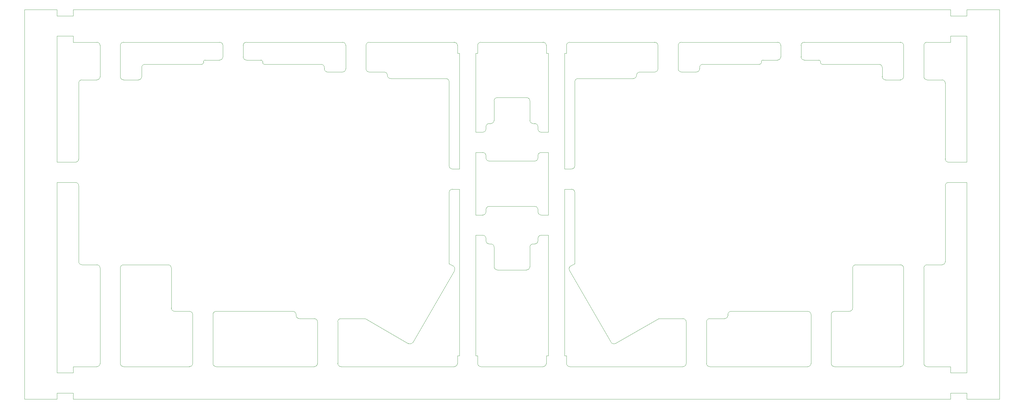
<source format=gm1>
G04 #@! TF.GenerationSoftware,KiCad,Pcbnew,(5.1.4)-1*
G04 #@! TF.CreationDate,2021-09-15T18:24:51-07:00*
G04 #@! TF.ProjectId,Panel,50616e65-6c2e-46b6-9963-61645f706362,rev?*
G04 #@! TF.SameCoordinates,Original*
G04 #@! TF.FileFunction,Profile,NP*
%FSLAX46Y46*%
G04 Gerber Fmt 4.6, Leading zero omitted, Abs format (unit mm)*
G04 Created by KiCad (PCBNEW (5.1.4)-1) date 2021-09-15 18:24:51*
%MOMM*%
%LPD*%
G04 APERTURE LIST*
%ADD10C,0.100000*%
G04 APERTURE END LIST*
D10*
X9624265Y-94412229D02*
X9621772Y-151195578D01*
X9621772Y-51195578D02*
X9624265Y-88184229D01*
X289621773Y-94409577D02*
X289621772Y-151195578D01*
X289621772Y-51195578D02*
X289621773Y-88181577D01*
X289621772Y-161205578D02*
X299621772Y-161195578D01*
X9621772Y-161205578D02*
X-378228Y-161195578D01*
X165804265Y-147818229D02*
X166414265Y-147818229D01*
X165790886Y-147580789D02*
X165804265Y-147818229D01*
X166414265Y-150198229D02*
X166414265Y-147818229D01*
X160790886Y-147580789D02*
X160796265Y-147818229D01*
X160186265Y-147818229D02*
X160796265Y-147818229D01*
X160186265Y-150198229D02*
X160186265Y-147818229D01*
X138450886Y-147580789D02*
X138454265Y-147818229D01*
X139064265Y-147818229D02*
X138454265Y-147818229D01*
X139064265Y-150198229D02*
X139064265Y-147818229D01*
X133446265Y-147818229D02*
X133450886Y-147580789D01*
X133446265Y-147818229D02*
X132836265Y-147818229D01*
X132836265Y-150198229D02*
X132836265Y-147818229D01*
X139064886Y-54580789D02*
X138454886Y-54580789D01*
X139064886Y-52200789D02*
X139064886Y-54580789D01*
X132836886Y-54580789D02*
X133450886Y-54580789D01*
X132836886Y-52200789D02*
X132836886Y-54580789D01*
X166412265Y-54578229D02*
X165790886Y-54580789D01*
X166412265Y-52198229D02*
X166412265Y-54578229D01*
X160790886Y-54580789D02*
X160184265Y-54578229D01*
X160184265Y-52198229D02*
X160184265Y-54578229D01*
X165791772Y-96503578D02*
X165790886Y-147580789D01*
X165790886Y-54580789D02*
X165791772Y-90275578D01*
X160795886Y-110694789D02*
X160790886Y-147580789D01*
X160790886Y-85174789D02*
X160795886Y-104466789D01*
X160790886Y-54580789D02*
X160790886Y-78946789D01*
X133454265Y-96506229D02*
X133450886Y-147580789D01*
X133450886Y-54580789D02*
X133454265Y-90278229D01*
X138455886Y-110694789D02*
X138450886Y-147580789D01*
X138450886Y-85174789D02*
X138455886Y-104466789D01*
X138450886Y-54580789D02*
X138450886Y-78946789D01*
X167961772Y-96503578D02*
X165791772Y-96503578D01*
X167961772Y-90275578D02*
X165791772Y-90275578D01*
X158625886Y-110694789D02*
X160795886Y-110694789D01*
X158625886Y-104466789D02*
X160795886Y-104466789D01*
X140625886Y-110694789D02*
X138455886Y-110694789D01*
X140625886Y-104466789D02*
X138455886Y-104466789D01*
X158620886Y-85174789D02*
X160790886Y-85174789D01*
X158620886Y-78946789D02*
X160790886Y-78946789D01*
X140620886Y-85174789D02*
X138450886Y-85174789D01*
X140620886Y-78946789D02*
X138450886Y-78946789D01*
X131284265Y-96506229D02*
X133454265Y-96506229D01*
X131284265Y-90278229D02*
X133454265Y-90278229D01*
X283961773Y-94409577D02*
X289621773Y-94409577D01*
X283961773Y-88181577D02*
X289621773Y-88181577D01*
X15284265Y-94412229D02*
X9624265Y-94412229D01*
X15284265Y-88184229D02*
X9624265Y-88184229D01*
X282961773Y-95409577D02*
X282961773Y-118795577D01*
X282961772Y-63795578D02*
X282961773Y-87181577D01*
X167412265Y-51198229D02*
X193548265Y-51198229D01*
X140064886Y-51200789D02*
X159184265Y-51198229D01*
X105698265Y-51198229D02*
X131836886Y-51200789D01*
X16284265Y-95412229D02*
X16284265Y-118798229D01*
X16284265Y-63798229D02*
X16284265Y-87184229D01*
X157620886Y-77946789D02*
X157620886Y-77260789D01*
X157620886Y-86845789D02*
X157620886Y-86174789D01*
X141620886Y-77946789D02*
X141620886Y-77260789D01*
X141620886Y-86174789D02*
X141620886Y-86845789D01*
X157625886Y-103466789D02*
X157625886Y-102795789D01*
X157625886Y-111694789D02*
X157625886Y-112380789D01*
X141625886Y-111694789D02*
X141625886Y-112380789D01*
X141625886Y-102795789D02*
X141625886Y-103466789D01*
X130284265Y-97506229D02*
X130284265Y-119462229D01*
X130284265Y-63396229D02*
X130284265Y-89278229D01*
X168961772Y-97503578D02*
X168961772Y-119459578D01*
X168961773Y-63393576D02*
X168961772Y-89275578D01*
X167414265Y-151198229D02*
X202250265Y-151198229D01*
X140064265Y-151198229D02*
X159186265Y-151198229D01*
X97000265Y-151198229D02*
X131836265Y-151198229D01*
X167414265Y-151198229D02*
G75*
G02X166414265Y-150198229I0J1000000D01*
G01*
X160186265Y-150198229D02*
G75*
G02X159186265Y-151198229I-1000000J0D01*
G01*
X140064265Y-151198229D02*
G75*
G02X139064265Y-150198229I0J1000000D01*
G01*
X132836265Y-150198229D02*
G75*
G02X131836265Y-151198229I-1000000J0D01*
G01*
X131836886Y-51200789D02*
G75*
G02X132836886Y-52200789I0J-1000000D01*
G01*
X139064886Y-52200789D02*
G75*
G02X140064886Y-51200789I1000000J0D01*
G01*
X166412265Y-52198229D02*
G75*
G02X167412265Y-51198229I1000000J0D01*
G01*
X159184265Y-51198229D02*
G75*
G02X160184265Y-52198229I0J-1000000D01*
G01*
X158620886Y-78946789D02*
G75*
G02X157620886Y-77946789I0J1000000D01*
G01*
X157620886Y-86174789D02*
G75*
G02X158620886Y-85174789I1000000J0D01*
G01*
X140620886Y-85174789D02*
G75*
G02X141620886Y-86174789I0J-1000000D01*
G01*
X141620886Y-77946789D02*
G75*
G02X140620886Y-78946789I-1000000J0D01*
G01*
X130284265Y-97506229D02*
G75*
G02X131284265Y-96506229I1000000J0D01*
G01*
X131284265Y-90278229D02*
G75*
G02X130284265Y-89278229I0J1000000D01*
G01*
X140625886Y-110694789D02*
G75*
G02X141625886Y-111694789I0J-1000000D01*
G01*
X141625886Y-103466789D02*
G75*
G02X140625886Y-104466789I-1000000J0D01*
G01*
X157625886Y-111694789D02*
G75*
G02X158625886Y-110694789I1000000J0D01*
G01*
X158625886Y-104466789D02*
G75*
G02X157625886Y-103466789I0J1000000D01*
G01*
X167961772Y-96503578D02*
G75*
G02X168961772Y-97503578I0J-1000000D01*
G01*
X168961772Y-89275578D02*
G75*
G02X167961772Y-90275578I-1000000J0D01*
G01*
X282961773Y-95409577D02*
G75*
G02X283961773Y-94409577I1000000J0D01*
G01*
X283961773Y-88181577D02*
G75*
G02X282961773Y-87181577I0J1000000D01*
G01*
X15284265Y-94412229D02*
G75*
G02X16284265Y-95412229I0J-1000000D01*
G01*
X16284265Y-87184229D02*
G75*
G02X15284265Y-88184229I-1000000J0D01*
G01*
X14621772Y-161205578D02*
X284621772Y-161205578D01*
X14621772Y-41185578D02*
X284621772Y-41195578D01*
X277380265Y-151198229D02*
X284621772Y-151195578D01*
X289621772Y-153085578D02*
X289621772Y-151195578D01*
X284621772Y-153085578D02*
X289621772Y-153085578D01*
X284621772Y-151195578D02*
X284621772Y-153085578D01*
X284621772Y-51195578D02*
X277378265Y-51198229D01*
X284621772Y-49305578D02*
X284621772Y-51195578D01*
X289621772Y-49305578D02*
X284621772Y-49305578D01*
X289621772Y-51195578D02*
X289621772Y-49305578D01*
X284621772Y-43085578D02*
X284621772Y-41195578D01*
X289621772Y-43085578D02*
X284621772Y-43085578D01*
X289621772Y-41195578D02*
X289621772Y-43085578D01*
X299621772Y-41195578D02*
X289621772Y-41195578D01*
X284621772Y-159315578D02*
X284621772Y-161205578D01*
X289621772Y-159315578D02*
X284621772Y-159315578D01*
X289621772Y-161205578D02*
X289621772Y-159315578D01*
X14621772Y-159315578D02*
X14621772Y-161205578D01*
X9621772Y-159315578D02*
X9621772Y-161205578D01*
X9621772Y-159315578D02*
X14621772Y-159315578D01*
X14621772Y-151195578D02*
X21870265Y-151198229D01*
X9621772Y-153085578D02*
X9621772Y-151195578D01*
X14621772Y-153085578D02*
X14621772Y-151195578D01*
X9621772Y-153085578D02*
X14621772Y-153085578D01*
X14621772Y-43075578D02*
X14621772Y-41185578D01*
X9621772Y-41185578D02*
X9621772Y-43075578D01*
X-378228Y-41195578D02*
X9621772Y-41185578D01*
X9621772Y-43075578D02*
X14621772Y-43075578D01*
X14621772Y-51195578D02*
X21870265Y-51198229D01*
X14621772Y-49305578D02*
X14621772Y-51195578D01*
X9621772Y-51195578D02*
X9621772Y-49305578D01*
X9621772Y-49305578D02*
X14621772Y-49305578D01*
X59670265Y-56695230D02*
X55184265Y-56695229D01*
X67898265Y-56695230D02*
X72384265Y-56695230D01*
X97470265Y-60396229D02*
X92884264Y-60396228D01*
X110284264Y-60396228D02*
X105698265Y-60396229D01*
X193547772Y-60393578D02*
X188961772Y-60393578D01*
X201775772Y-60393578D02*
X206361772Y-60393578D01*
X226861772Y-56692578D02*
X231347772Y-56692577D01*
X239575772Y-56692577D02*
X244061772Y-56692577D01*
X269147773Y-62795577D02*
X264561773Y-62795577D01*
X281961773Y-62795577D02*
X277375773Y-62795577D01*
X277375772Y-119795578D02*
X281961772Y-119795578D01*
X255461773Y-119795578D02*
X269147772Y-119795578D01*
X248875772Y-134143577D02*
X253461772Y-134143577D01*
X217061772Y-134143577D02*
X240650265Y-134148229D01*
X210475772Y-136393577D02*
X215061772Y-136393577D01*
X194779772Y-136393577D02*
X202247772Y-136393577D01*
X96998266Y-136396228D02*
X104466265Y-136396229D01*
X84184266Y-136396228D02*
X88770266Y-136396228D01*
X58598265Y-134146229D02*
X82184265Y-134146229D01*
X45784265Y-134146229D02*
X50370265Y-134148229D01*
X30098265Y-119798229D02*
X43784266Y-119798229D01*
X17284265Y-119798229D02*
X21870265Y-119798229D01*
X277375773Y-62795577D02*
G75*
G02X276375773Y-61795577I0J1000000D01*
G01*
X270147773Y-61795577D02*
G75*
G02X269147773Y-62795577I-1000000J0D01*
G01*
X239575772Y-56692577D02*
G75*
G02X238575772Y-55692577I0J1000000D01*
G01*
X232347772Y-55692577D02*
G75*
G02X231347772Y-56692577I-1000000J0D01*
G01*
X201775772Y-60393578D02*
G75*
G02X200775772Y-59393578I0J1000000D01*
G01*
X194547772Y-59393578D02*
G75*
G02X193547772Y-60393578I-1000000J0D01*
G01*
X105698265Y-60396229D02*
G75*
G02X104698265Y-59396229I0J1000000D01*
G01*
X98470265Y-59396229D02*
G75*
G02X97470265Y-60396229I-1000000J0D01*
G01*
X67898265Y-56695230D02*
G75*
G02X66898265Y-55695230I0J1000000D01*
G01*
X60670265Y-55695230D02*
G75*
G02X59670265Y-56695230I-1000000J0D01*
G01*
X21870265Y-119798229D02*
G75*
G02X22870265Y-120798229I0J-1000000D01*
G01*
X29098265Y-120798229D02*
G75*
G02X30098265Y-119798229I1000000J0D01*
G01*
X50370265Y-134148229D02*
G75*
G02X51370265Y-135148229I0J-1000000D01*
G01*
X57598265Y-135146229D02*
G75*
G02X58598265Y-134146229I1000000J0D01*
G01*
X88770266Y-136396228D02*
G75*
G02X89770266Y-137396228I0J-1000000D01*
G01*
X95998266Y-137396228D02*
G75*
G02X96998266Y-136396228I1000000J0D01*
G01*
X202247772Y-136393577D02*
G75*
G02X203247772Y-137393577I0J-1000000D01*
G01*
X209475772Y-137393577D02*
G75*
G02X210475772Y-136393577I1000000J0D01*
G01*
X240650265Y-134148229D02*
G75*
G02X241650265Y-135148229I0J-1000000D01*
G01*
X247875772Y-135143577D02*
G75*
G02X248875772Y-134143577I1000000J0D01*
G01*
X269147772Y-119795578D02*
G75*
G02X270147772Y-120795578I0J-1000000D01*
G01*
X276375772Y-120795578D02*
G75*
G02X277375772Y-119795578I1000000J0D01*
G01*
X277380265Y-151198229D02*
G75*
G02X276380265Y-150198229I0J1000000D01*
G01*
X276375772Y-120795578D02*
X276380265Y-150198229D01*
X270147772Y-120795578D02*
X270150265Y-150198229D01*
X270150265Y-150198229D02*
G75*
G02X269150265Y-151198229I-1000000J0D01*
G01*
X248880265Y-151198229D02*
X269150265Y-151198229D01*
X248880265Y-151198229D02*
G75*
G02X247880265Y-150198229I0J1000000D01*
G01*
X247880265Y-150198229D02*
X247875772Y-135143577D01*
X241650265Y-135148229D02*
X241650265Y-150198229D01*
X241650265Y-150198229D02*
G75*
G02X240650265Y-151198229I-1000000J0D01*
G01*
X210480265Y-151198229D02*
X240650265Y-151198229D01*
X210480265Y-151198229D02*
G75*
G02X209480265Y-150198229I0J1000000D01*
G01*
X209475772Y-137393577D02*
X209480265Y-150198229D01*
X203247772Y-137393577D02*
X203250265Y-150198229D01*
X203250265Y-150198229D02*
G75*
G02X202250265Y-151198229I-1000000J0D01*
G01*
X97000265Y-151198229D02*
G75*
G02X96000265Y-150198229I0J1000000D01*
G01*
X95998266Y-137396228D02*
X96000265Y-150198229D01*
X89770266Y-137396228D02*
X89770265Y-150198229D01*
X89770265Y-150198229D02*
G75*
G02X88770265Y-151198229I-1000000J0D01*
G01*
X58600265Y-151198229D02*
X88770265Y-151198229D01*
X58600265Y-151198229D02*
G75*
G02X57600265Y-150198229I0J1000000D01*
G01*
X57598265Y-135146229D02*
X57600265Y-150198229D01*
X51370265Y-135148229D02*
X51370265Y-150198229D01*
X51370265Y-150198229D02*
G75*
G02X50370265Y-151198229I-1000000J0D01*
G01*
X30100265Y-151198229D02*
X50370265Y-151198229D01*
X29098265Y-120798229D02*
X29100265Y-150198229D01*
X30100265Y-151198229D02*
G75*
G02X29100265Y-150198229I0J1000000D01*
G01*
X22870265Y-150198229D02*
G75*
G02X21870265Y-151198229I-1000000J0D01*
G01*
X276378265Y-52198229D02*
G75*
G02X277378265Y-51198229I1000000J0D01*
G01*
X276378265Y-52198229D02*
X276375773Y-61795577D01*
X270148265Y-52198229D02*
X270147773Y-61795577D01*
X269148265Y-51198229D02*
G75*
G02X270148265Y-52198229I0J-1000000D01*
G01*
X239578265Y-51198229D02*
X269148265Y-51198229D01*
X238578265Y-52198229D02*
G75*
G02X239578265Y-51198229I1000000J0D01*
G01*
X238575772Y-55692577D02*
X238578265Y-52198229D01*
X232348265Y-52198229D02*
X232347772Y-55692577D01*
X231348265Y-51198229D02*
G75*
G02X232348265Y-52198229I0J-1000000D01*
G01*
X201778265Y-51198229D02*
X231348265Y-51198229D01*
X200778265Y-52198229D02*
G75*
G02X201778265Y-51198229I1000000J0D01*
G01*
X200778265Y-52198229D02*
X200775772Y-59393578D01*
X194548265Y-52198229D02*
X194547772Y-59393578D01*
X193548265Y-51198229D02*
G75*
G02X194548265Y-52198229I0J-1000000D01*
G01*
X104698265Y-52198229D02*
G75*
G02X105698265Y-51198229I1000000J0D01*
G01*
X104698265Y-59396229D02*
X104698265Y-52198229D01*
X98468265Y-52198229D02*
X98470265Y-59396229D01*
X97468265Y-51198229D02*
G75*
G02X98468265Y-52198229I0J-1000000D01*
G01*
X67898265Y-51198229D02*
X97468265Y-51198229D01*
X66898265Y-52198229D02*
G75*
G02X67898265Y-51198229I1000000J0D01*
G01*
X66898265Y-52198229D02*
X66898265Y-55695230D01*
X60670265Y-55695230D02*
X60668265Y-52198229D01*
X59668265Y-51198229D02*
G75*
G02X60668265Y-52198229I0J-1000000D01*
G01*
X30098265Y-51198229D02*
X59668265Y-51198229D01*
X29098265Y-52198229D02*
G75*
G02X30098265Y-51198229I1000000J0D01*
G01*
X21870265Y-51198229D02*
G75*
G02X22870265Y-52198229I0J-1000000D01*
G01*
X22870265Y-120798229D02*
X22870265Y-150198229D01*
X30098265Y-62798229D02*
X34684265Y-62798229D01*
X17284265Y-62798229D02*
X21870265Y-62798229D01*
X30098265Y-62798229D02*
G75*
G02X29098265Y-61798229I0J1000000D01*
G01*
X29098265Y-61798229D02*
X29098265Y-52198229D01*
X22870265Y-61798229D02*
G75*
G02X21870265Y-62798229I-1000000J0D01*
G01*
X22870265Y-61798229D02*
X22870265Y-52198229D01*
X299621772Y-161195578D02*
X299621772Y-41195578D01*
X-378228Y-41195578D02*
X-378228Y-161195578D01*
X155925886Y-101795789D02*
X143325886Y-101795789D01*
X144125886Y-120380789D02*
X144125886Y-114380789D01*
X154125886Y-121380789D02*
X145125886Y-121380789D01*
X155125886Y-114380789D02*
X155125886Y-120380789D01*
X154125886Y-121380789D02*
G75*
G03X155125886Y-120380789I0J1000000D01*
G01*
X144125886Y-120380789D02*
G75*
G03X145125886Y-121380789I1000000J0D01*
G01*
X143125886Y-113380789D02*
X142625886Y-113380789D01*
X142625886Y-101795789D02*
G75*
G03X141625886Y-102795789I0J-1000000D01*
G01*
X144125886Y-114380789D02*
G75*
G03X143125886Y-113380789I-1000000J0D01*
G01*
X141625886Y-112380789D02*
G75*
G03X142625886Y-113380789I1000000J0D01*
G01*
X156125886Y-113380789D02*
X156625886Y-113380789D01*
X156125886Y-113380789D02*
G75*
G03X155125886Y-114380789I0J-1000000D01*
G01*
X156625886Y-113380789D02*
G75*
G03X157625886Y-112380789I0J1000000D01*
G01*
X157625886Y-102795789D02*
G75*
G03X156625886Y-101795789I-1000000J0D01*
G01*
X155925886Y-101795789D02*
X156625886Y-101795789D01*
X142625886Y-101795789D02*
X143325886Y-101795789D01*
X156620886Y-87845789D02*
G75*
G03X157620886Y-86845789I0J1000000D01*
G01*
X143120886Y-76260789D02*
G75*
G03X144120886Y-75260789I0J1000000D01*
G01*
X145120886Y-68260789D02*
X154120886Y-68260789D01*
X144120886Y-75260789D02*
X144120886Y-69260789D01*
X143120886Y-76260789D02*
X142620886Y-76260789D01*
X141620886Y-86845789D02*
G75*
G03X142620886Y-87845789I1000000J0D01*
G01*
X145120886Y-68260789D02*
G75*
G03X144120886Y-69260789I0J-1000000D01*
G01*
X143320886Y-87845789D02*
X155920886Y-87845789D01*
X155120886Y-69260789D02*
G75*
G03X154120886Y-68260789I-1000000J0D01*
G01*
X155120886Y-69260789D02*
X155120886Y-75260789D01*
X143320886Y-87845789D02*
X142620886Y-87845789D01*
X156620886Y-87845789D02*
X155920886Y-87845789D01*
X157620886Y-77260789D02*
G75*
G03X156620886Y-76260789I-1000000J0D01*
G01*
X155120886Y-75260789D02*
G75*
G03X156120886Y-76260789I1000000J0D01*
G01*
X142620886Y-76260789D02*
G75*
G03X141620886Y-77260789I0J-1000000D01*
G01*
X156120886Y-76260789D02*
X156620886Y-76260789D01*
X117751239Y-144066229D02*
X104466265Y-136396229D01*
X131904264Y-121552254D02*
X119117265Y-143700203D01*
X130284265Y-119462229D02*
X131538239Y-120186229D01*
X119117265Y-143700203D02*
G75*
G02X117751239Y-144066229I-866026J500000D01*
G01*
X131538239Y-120186229D02*
G75*
G02X131904264Y-121552254I-500000J-866025D01*
G01*
X44784265Y-133146229D02*
X44784265Y-120798230D01*
X83184265Y-135396229D02*
X83184265Y-135146229D01*
X112284265Y-62396229D02*
X129284265Y-62396229D01*
X91884265Y-58999229D02*
X91884265Y-59396229D01*
X73384265Y-57999229D02*
X90884265Y-57999229D01*
X72884264Y-57195229D02*
X72884264Y-57499229D01*
X54684265Y-57498229D02*
X54684265Y-57195229D01*
X36684265Y-57998229D02*
X54184265Y-57998229D01*
X35684264Y-61798229D02*
X35684264Y-58998229D01*
X17284265Y-119798229D02*
G75*
G02X16284265Y-118798229I0J1000000D01*
G01*
X43784266Y-119798229D02*
G75*
G02X44784265Y-120798230I-1J-1000000D01*
G01*
X45784265Y-134146229D02*
G75*
G02X44784265Y-133146229I0J1000000D01*
G01*
X82184265Y-134146229D02*
G75*
G02X83184265Y-135146229I0J-1000000D01*
G01*
X84184266Y-136396228D02*
G75*
G02X83184265Y-135396229I-1J1000000D01*
G01*
X129284265Y-62396229D02*
G75*
G02X130284265Y-63396229I0J-1000000D01*
G01*
X112284264Y-62396228D02*
G75*
G02X111284265Y-61396229I0J999999D01*
G01*
X110284264Y-60396228D02*
G75*
G02X111284265Y-61396229I0J-1000001D01*
G01*
X92884264Y-60396228D02*
G75*
G02X91884265Y-59396229I0J999999D01*
G01*
X90884265Y-57999229D02*
G75*
G02X91884265Y-58999229I0J-1000000D01*
G01*
X73384265Y-57999230D02*
G75*
G02X72884264Y-57499229I0J500001D01*
G01*
X72384265Y-56695230D02*
G75*
G02X72884264Y-57195229I0J-499999D01*
G01*
X54684265Y-57195229D02*
G75*
G02X55184265Y-56695229I500000J0D01*
G01*
X54684264Y-57498228D02*
G75*
G02X54184265Y-57998229I-500000J-1D01*
G01*
X35684265Y-58998229D02*
G75*
G02X36684265Y-57998229I1000000J0D01*
G01*
X35684265Y-61798229D02*
G75*
G02X34684265Y-62798229I-1000000J0D01*
G01*
X16284265Y-63798229D02*
G75*
G02X17284265Y-62798229I1000000J0D01*
G01*
X168961773Y-63393576D02*
G75*
G02X169961773Y-62393578I1000000J-2D01*
G01*
X263561772Y-58995578D02*
X263561772Y-61795578D01*
X245061771Y-57995578D02*
X262561773Y-57995577D01*
X244561772Y-57192577D02*
X244561772Y-57495577D01*
X226361773Y-57496577D02*
X226361773Y-57192577D01*
X208361772Y-57996578D02*
X225861772Y-57996578D01*
X207361772Y-59393578D02*
X207361773Y-58996577D01*
X169961773Y-62393578D02*
X186961772Y-62393578D01*
X254461771Y-133143578D02*
X254461773Y-120795576D01*
X216061771Y-135393578D02*
X216061771Y-135143578D01*
X181494798Y-144063578D02*
X194779772Y-136393577D01*
X167341772Y-121549603D02*
X180128772Y-143697552D01*
X168961772Y-119459578D02*
X167707797Y-120183578D01*
X167341772Y-121549603D02*
G75*
G02X167707797Y-120183578I866025J500000D01*
G01*
X181494798Y-144063578D02*
G75*
G02X180128772Y-143697552I-500000J866026D01*
G01*
X216061771Y-135393578D02*
G75*
G02X215061772Y-136393577I-999999J0D01*
G01*
X216061771Y-135143578D02*
G75*
G02X217061772Y-134143577I1000001J0D01*
G01*
X254461771Y-133143578D02*
G75*
G02X253461772Y-134143577I-999999J0D01*
G01*
X254461773Y-120795576D02*
G75*
G02X255461773Y-119795578I999999J-1D01*
G01*
X282961773Y-118795577D02*
G75*
G02X281961772Y-119795578I-1000001J0D01*
G01*
X281961773Y-62795577D02*
G75*
G02X282961772Y-63795578I-1J-1000000D01*
G01*
X264561773Y-62795577D02*
G75*
G02X263561772Y-61795578I-1J1000000D01*
G01*
X262561773Y-57995577D02*
G75*
G02X263561772Y-58995578I-1J-1000000D01*
G01*
X245061771Y-57995578D02*
G75*
G02X244561772Y-57495577I1J500000D01*
G01*
X244061772Y-56692577D02*
G75*
G02X244561772Y-57192577I0J-500000D01*
G01*
X226361773Y-57192577D02*
G75*
G02X226861772Y-56692578I499999J0D01*
G01*
X226361773Y-57496577D02*
G75*
G02X225861772Y-57996578I-500001J0D01*
G01*
X207361773Y-58996577D02*
G75*
G02X208361772Y-57996578I999999J0D01*
G01*
X207361772Y-59393578D02*
G75*
G02X206361772Y-60393578I-1000000J0D01*
G01*
X187961772Y-61393578D02*
G75*
G02X188961772Y-60393578I1000000J0D01*
G01*
X187961772Y-61393578D02*
G75*
G02X186961772Y-62393578I-1000000J0D01*
G01*
M02*

</source>
